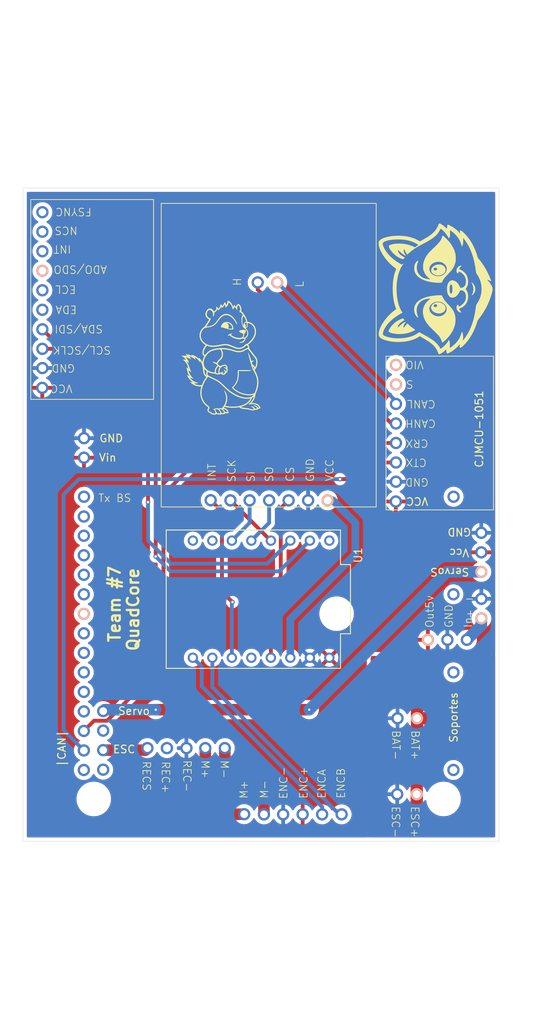
<source format=kicad_pcb>
(kicad_pcb (version 20241229) (generator "pcbnew") (generator_version "9.0")
  (layers (0 "F.Cu" signal) (2 "B.Cu" signal) (13 "F.Paste" user) (15 "B.Paste" user) (5 "F.SilkS" user "F.Silkscreen") (7 "B.SilkS" user "B.Silkscreen") (1 "F.Mask" user) (3 "B.Mask" user) (25 "Edge.Cuts" user))
  (net 0 "")
  (net 1 "/can0_int")
  (net 2 "/cs4")
  (net 3 "/10si")
  (net 4 "/sdaMPU")
  (net 5 "/sclMPU")
  (net 30 "/7.4v")
  (net 31 "/gnd")
  (net 32 "/5v")
  (net 33 "/M+")
  (net 34 "/M-")
  (net 35 "/3.3v")
  (net 36 "/encb")
  (net 37 "/enca")
  (net 38 "/CANL")
  (net 39 "/CANH")
  (net 40 "/crxaldearriba")
  (net 41 "/ctxabajo")
  (net 42 "/8sck")
  (net 43 "/9so")
  (net 46 "/RECSalESC")
  (net 47 "/servo")
  (net 50 "/9v")
  (footprint "Fiducial:Fiducial_1mm_Mask2mm" (layer "F.Cu") (at 39.675617 109.324383)
    (property "Reference" "REF**" (hide yes))
    (property "Value" "Fiducial_1mm_Mask2mm" (hide yes))
    (pad "\"\"" smd circle (at 0 0) (size 1 1) (layers "F.Cu" "F.Mask") (clearance 0.5))
  )
  (footprint "stm32h76:`motorEncoder" (layer "F.Cu") (at 69.72 108.62)
    (property "Reference" "Encoder1" (hide yes))
    (property "Value" "~" (hide yes))
    (fp_text user "ENCA" (at 4.5 0 90) (layer "F.SilkS") (effects (font (thickness 0.1)) (justify left bottom)))
    (fp_text user "M+" (at -5.661285 0.030437 90) (layer "F.SilkS") (effects (font (thickness 0.1)) (justify left bottom)))
    (fp_text user "M-" (at -3 0 90) (layer "F.SilkS") (effects (font (thickness 0.1)) (justify left bottom)))
    (fp_text user "ENC+" (at 2.130591 0.030437 90) (layer "F.SilkS") (effects (font (thickness 0.1)) (justify left bottom)))
    (fp_text user "ENCB" (at 7 0 90) (layer "F.SilkS") (effects (font (thickness 0.1)) (justify left bottom)))
    (fp_text user "ENC-" (at -0.486992 0.060874 90) (layer "F.SilkS") (effects (font (thickness 0.1)) (justify left bottom)))
    (pad "1" thru_hole oval (at -6.194043 1.980872 90) (size 1.6 1.6) (drill 1) (layers "*.Cu" "*.Mask") (net 33 "/M+"))
    (pad "2" thru_hole oval (at -3.62 2 90) (size 1.6 1.6) (drill 1) (layers "*.Cu" "*.Mask") (net 34 "/M-"))
    (pad "3" thru_hole oval (at -1.12 2 90) (size 1.6 1.6) (drill 1) (layers "*.Cu" "*.Mask") (net 31 "/gnd"))
    (pad "4" thru_hole oval (at 1.42 2 90) (size 1.6 1.6) (drill 1) (layers "*.Cu" "*.Mask") (net 32 "/5v"))
    (pad "5" thru_hole oval (at 3.96 2 90) (size 1.6 1.6) (drill 1) (layers "*.Cu" "*.Mask") (net 37 "/enca"))
    (pad "6" thru_hole oval (at 6.5 2 90) (size 1.6 1.6) (drill 1) (layers "*.Cu" "*.Mask") (net 36 "/encb"))
  )
  (footprint "stm32h76:imgmaapche" (layer "F.Cu") (at 88.43637 42.226976 90)
    (property "Reference" "G***" (hide yes))
    (property "Value" "LOGO" (hide yes))
  )
  (footprint "" (layer "F.Cu") (at 92.285255 33.477705)
    (property "Reference" "" (at 0 0 0) (layer "F.SilkS") (effects (font (size 1.27 1.27))))
    (property "Value" "")
    (pad "\"\"" smd circle (at 0 0) (size 1 1) (layers "F.Cu" "F.Mask") (clearance 0.5))
  )
  (footprint "stm32h76:battery" (layer "F.Cu") (at 84.72 100.62)
    (property "Reference" "battery1" (hide yes))
    (property "Value" "~" (hide yes))
    (fp_text user "BAT-" (at -2 -1 270) (layer "F.SilkS") (effects (font (thickness 0.1)) (justify left bottom)))
    (fp_text user "BAT+\n" (at 0.5 -1 270) (layer "F.SilkS") (effects (font (thickness 0.1)) (justify left bottom)))
    (pad "1" thru_hole oval (at 1.32 -2.5 270) (size 1.6 1.6) (drill 1) (layers "*.Cu" "*.Mask" "B.SilkS") (net 30 "/7.4v"))
    (pad "2" thru_hole oval (at -1.22 -2.5 270) (size 1.6 1.6) (drill 1) (layers "*.Cu" "*.Mask") (net 31 "/gnd"))
  )
  (footprint "stm32h76:stm32imgbien" (layer "F.Cu") (at 66.393818 71.206868)
    (property "Reference" "stm1" (hide yes))
    (property "Value" "~" (hide yes))
    (pad "" np_thru_hole circle (at -22.461666 37.412292) (size 3 3) (drill 3.5) (layers "*.Cu" "*.Mask") (clearance 0.5))
    (pad "" np_thru_hole circle (at 9.173763 13.300206) (size 3 3) (drill 3.5) (layers "*.Cu" "*.Mask") (clearance 0.5))
    (pad "" np_thru_hole circle (at 23.100243 37.411811) (size 3 3) (drill 3.5) (layers "*.Cu" "*.Mask") (clearance 0.5))
    (pad "1" thru_hole oval (at -23.735952 -9.536028) (size 1.6 1.6) (drill 1) (layers "*.Cu" "*.Mask") (net 31 "/gnd"))
    (pad "2" thru_hole oval (at -23.735952 -6.996028) (size 1.6 1.6) (drill 1) (layers "*.Cu" "*.Mask") (net 32 "/5v"))
    (pad "3" thru_hole oval (at -23.735952 -1.916028) (size 1.6 1.6) (drill 1) (layers "*.Cu" "*.Mask"))
    (pad "4" thru_hole oval (at -23.75508 0.658015) (size 1.6 1.6) (drill 1) (layers "*.Cu" "*.Mask"))
    (pad "5" thru_hole oval (at -23.75508 3.158015) (size 1.6 1.6) (drill 1) (layers "*.Cu" "*.Mask"))
    (pad "6" thru_hole oval (at -23.75508 5.698015) (size 1.6 1.6) (drill 1) (layers "*.Cu" "*.Mask"))
    (pad "7" thru_hole oval (at -23.75508 8.238015) (size 1.6 1.6) (drill 1) (layers "*.Cu" "*.Mask"))
    (pad "8" thru_hole oval (at -23.75508 10.778015) (size 1.6 1.6) (drill 1) (layers "*.Cu" "*.Mask"))
    (pad "9" thru_hole oval (at -23.75508 13.318015) (size 1.6 1.6) (drill 1) (layers "*.Cu" "*.Mask" "B.SilkS"))
    (pad "10" thru_hole oval (at -23.75508 15.858015) (size 1.6 1.6) (drill 1) (layers "*.Cu" "*.Mask"))
    (pad "11" thru_hole oval (at -23.75508 18.398015) (size 1.6 1.6) (drill 1) (layers "*.Cu" "*.Mask"))
    (pad "12" thru_hole oval (at -23.75508 20.938015) (size 1.6 1.6) (drill 1) (layers "*.Cu" "*.Mask"))
    (pad "13" thru_hole oval (at -23.75508 23.478015) (size 1.6 1.6) (drill 1) (layers "*.Cu" "*.Mask"))
    (pad "14" thru_hole oval (at -23.75508 26.018015) (size 1.6 1.6) (drill 1) (layers "*.Cu" "*.Mask"))
    (pad "15" thru_hole oval (at -21.235628 25.977187) (size 1.6 1.6) (drill 1) (layers "*.Cu" "*.Mask") (net 47 "/servo"))
    (pad "16" thru_hole oval (at -23.75508 28.558015) (size 1.6 1.6) (drill 1) (layers "*.Cu" "*.Mask") (net 40 "/crxaldearriba"))
    (pad "17" thru_hole oval (at -21.235628 28.517187) (size 1.6 1.6) (drill 1) (layers "*.Cu" "*.Mask"))
    (pad "18" thru_hole oval (at -23.75508 31.098015) (size 1.6 1.6) (drill 1) (layers "*.Cu" "*.Mask") (net 41 "/ctxabajo"))
    (pad "19" thru_hole oval (at -21.235628 31.057187) (size 1.6 1.6) (drill 1) (layers "*.Cu" "*.Mask") (net 46 "/RECSalESC"))
    (pad "20" thru_hole oval (at -23.75508 33.638015) (size 1.6 1.6) (drill 1) (layers "*.Cu" "*.Mask"))
    (pad "21" thru_hole oval (at -21.235628 33.597187) (size 1.6 1.6) (drill 1) (layers "*.Cu" "*.Mask"))
    (pad "S1" thru_hole oval (at 24.407444 -1.916516) (size 1.6 1.6) (drill 1) (layers "*.Cu" "*.Mask"))
    (pad "S2" thru_hole oval (at 24.388316 10.777527) (size 1.6 1.6) (drill 1) (layers "*.Cu" "*.Mask"))
    (pad "S3" thru_hole oval (at 24.388316 20.937527) (size 1.6 1.6) (drill 1) (layers "*.Cu" "*.Mask"))
    (pad "S4" thru_hole oval (at 24.388316 33.637527) (size 1.6 1.6) (drill 1) (layers "*.Cu" "*.Mask"))
  )
  (footprint "stm32h76:theodorobien" (layer "F.Cu") (at 61 52)
    (property "Reference" "G***" (hide yes))
    (property "Value" "LOGO" (hide yes))
  )
  (footprint "stm32h76:tja1051img" (layer "F.Cu") (at 89 61 90)
    (property "Reference" "tja1" (hide yes))
    (property "Value" "~" (hide yes))
    (fp_text user "CJMCU-1051" (at -4.58621 5.727233 90) (layer "F.SilkS") (effects (justify left bottom)))
    (fp_text user "CTX" (at -3.244223 -1.638336 180) (layer "F.SilkS") (effects (font (thickness 0.1)) (justify left bottom)))
    (fp_text user "CANH" (at 1.834286 -0.447418 180) (layer "F.SilkS") (effects (font (thickness 0.1)) (justify left bottom)))
    (fp_text user "VCC" (at -8.281667 -1.405628 180) (layer "F.SilkS") (effects (justify left bottom)))
    (fp_text user "GND" (at -5.790322 -1.37825 180) (layer "F.SilkS") (effects (font (thickness 0.1)) (justify left bottom)))
    (fp_text user "S" (at 6.940173 -3.376801 180) (layer "F.SilkS") (effects (font (thickness 0.1)) (justify left bottom)))
    (fp_text user "CANL" (at 4.366697 -0.488484 180) (layer "F.SilkS") (effects (font (thickness 0.1)) (justify left bottom)))
    (fp_text user "CRX" (at -0.752878 -1.419316 180) (layer "F.SilkS") (effects (font (thickness 0.1)) (justify left bottom)))
    (fp_text user "VIO" (at 9.472584 -2.021619 180) (layer "F.SilkS") (effects (font (thickness 0.1)) (justify left bottom)))
    (pad "1" thru_hole oval (at -8.909861 -5.723009 180) (size 1.6 1.6) (drill 1) (layers "*.Cu" "*.Mask") (net 32 "/5v"))
    (pad "2" thru_hole oval (at -6.335818 -5.703881 180) (size 1.6 1.6) (drill 1) (layers "*.Cu" "*.Mask") (net 31 "/gnd"))
    (pad "3" thru_hole oval (at -3.835818 -5.703881 180) (size 1.6 1.6) (drill 1) (layers "*.Cu" "*.Mask") (net 41 "/ctxabajo"))
    (pad "4" thru_hole oval (at -1.295818 -5.703881 180) (size 1.6 1.6) (drill 1) (layers "*.Cu" "*.Mask") (net 40 "/crxaldearriba"))
    (pad "5" thru_hole oval (at 1.244182 -5.703881 180) (size 1.6 1.6) (drill 1) (layers "*.Cu" "*.Mask") (net 39 "/CANH"))
    (pad "6" thru_hole oval (at 3.784182 -5.703881 180) (size 1.6 1.6) (drill 1) (layers "*.Cu" "*.Mask") (net 38 "/CANL"))
    (pad "7" thru_hole oval (at 6.324182 -5.703881 180) (size 1.6 1.6) (drill 1) (layers "*.Cu" "*.Mask" "B.SilkS"))
    (pad "8" thru_hole oval (at 8.864182 -5.703881 180) (size 1.6 1.6) (drill 1) (layers "*.Cu" "*.Mask" "B.SilkS"))
  )
  (footprint "stm32h76:mpu9250bien" (layer "F.Cu") (at 43.72 43.62 180)
    (property "Reference" "mpu1" (hide yes))
    (property "Value" "~" (hide yes))
    (fp_text user "VCC" (at 2.5 -11 180) (layer "F.SilkS") (effects (font (thickness 0.1)) (justify left bottom)))
    (fp_text user "SCL/SCLK" (at -2.5 -6 180) (layer "F.SilkS") (effects (font (thickness 0.1)) (justify left bottom)))
    (fp_text user "GND" (at 2.167895 -8.346065 180) (layer "F.SilkS") (effects (font (thickness 0.1)) (justify left bottom)))
    (fp_text user "NCS" (at 1.832104 9.551621 180) (layer "F.SilkS") (effects (font (thickness 0.1)) (justify left bottom)))
    (fp_text user "FSYNC" (at 0 12 180) (layer "F.SilkS") (effects (font (thickness 0.1)) (justify left bottom)))
    (fp_text user "ECL" (at 2.033579 1.895575 180) (layer "F.SilkS") (effects (font (thickness 0.1)) (justify left bottom)))
    (fp_text user "INT" (at 2.671583 7.133922 180) (layer "F.SilkS") (effects (font (thickness 0.1)) (justify left bottom)))
    (fp_text user "ADO/SDO" (at -2 4.5 180) (layer "F.SilkS") (effects (font (thickness 0.1)) (justify left bottom)))
    (fp_text user "SDA/SDI" (at -1.458652 -3.242034 180) (layer "F.SilkS") (effects (font (thickness 0.1)) (justify left bottom)))
    (fp_text user "EDA" (at 1.932841 -0.723598 180) (layer "F.SilkS") (effects (font (thickness 0.1)) (justify left bottom)))
    (pad "1" thru_hole oval (at 6.5 -11.5 180) (size 1.6 1.6) (drill 1) (layers "*.Cu" "*.Mask") (net 32 "/5v"))
    (pad "2" thru_hole oval (at 6.480872 -8.925957 180) (size 1.6 1.6) (drill 1) (layers "*.Cu" "*.Mask") (net 31 "/gnd"))
    (pad "3" thru_hole oval (at 6.480872 -6.425957 180) (size 1.6 1.6) (drill 1) (layers "*.Cu" "*.Mask") (net 5 "/sclMPU"))
    (pad "4" thru_hole oval (at 6.480872 -3.885957 180) (size 1.6 1.6) (drill 1) (layers "*.Cu" "*.Mask") (net 4 "/sdaMPU"))
    (pad "5" thru_hole oval (at 6.480872 -1.345957 180) (size 1.6 1.6) (drill 1) (layers "*.Cu" "*.Mask"))
    (pad "6" thru_hole oval (at 6.480872 1.194043 180) (size 1.6 1.6) (drill 1) (layers "*.Cu" "*.Mask"))
    (pad "7" thru_hole oval (at 6.480872 3.734043 180) (size 1.6 1.6) (drill 1) (layers "*.Cu" "*.Mask" "B.SilkS"))
    (pad "8" thru_hole oval (at 6.480872 6.274043 180) (size 1.6 1.6) (drill 1) (layers "*.Cu" "*.Mask"))
    (pad "9" thru_hole oval (at 6.480872 8.814043 180) (size 1.6 1.6) (drill 1) (layers "*.Cu" "*.Mask"))
    (pad "10" thru_hole oval (at 6.480872 11.354043 180) (size 1.6 1.6) (drill 1) (layers "*.Cu" "*.Mask"))
  )
  (footprint "stm32h76:Servo" (layer "F.Cu") (at 95.913682 76.485246 90)
    (property "Reference" "Servo1" (hide yes))
    (property "Value" "~" (hide yes))
    (fp_text user "Vcc" (at 0.5 -3 180) (layer "F.SilkS") (effects (justify left bottom)))
    (fp_text user "GND" (at 3.207881 -2.74128 180) (layer "F.SilkS") (effects (justify left bottom)))
    (fp_text user "ServoS" (at -2 -3 180) (layer "F.SilkS") (effects (justify left bottom)))
    (pad "1" thru_hole oval (at -2.58 -1.5 180) (size 1.6 1.6) (drill 1) (layers "*.Cu" "*.Mask" "B.SilkS") (net 47 "/servo"))
    (pad "2" thru_hole oval (at -0.04 -1.5 180) (size 1.6 1.6) (drill 1) (layers "*.Cu" "*.Mask") (net 32 "/5v"))
    (pad "3" thru_hole oval (at 2.5 -1.5 180) (size 1.6 1.6) (drill 1) (layers "*.Cu" "*.Mask") (net 31 "/gnd"))
  )
  (footprint "stm32h76:ESC" (layer "F.Cu") (at 70 106)
    (property "Reference" "ESC2" (hide yes))
    (property "Value" "~" (hide yes))
    (fp_text user "ESC-" (at 12.68 3.5 270) (layer "F.SilkS") (effects (font (thickness 0.1)) (justify left bottom)))
    (fp_text user "REC-" (at -14.5 -2.5 270) (layer "F.SilkS") (effects (font (thickness 0.1)) (justify left bottom)))
    (fp_text user "RECS" (at -19.784061 -2.374087 270) (layer "F.SilkS") (effects (font (thickness 0.1)) (justify left bottom)))
    (fp_text user "M-" (at -9.62 -2.5 270) (layer "F.SilkS") (effects (font (thickness 0.1)) (justify left bottom)))
    (fp_text user "REC+" (at -17.288226 -2.34365 270) (layer "F.SilkS") (effects (font (thickness 0.1)) (justify left bottom)))
    (fp_text user "ESC+" (at 15.18 3.5 270) (layer "F.SilkS") (effects (font (thickness 0.1)) (justify left bottom)))
    (fp_text user "M+" (at -12.12 -2.5 270) (layer "F.SilkS") (effects (font (thickness 0.1)) (justify left bottom)))
    (pad "1" thru_hole oval (at 16 2 270) (size 1.6 1.6) (drill 1) (layers "*.Cu" "*.Mask" "B.SilkS") (net 30 "/7.4v"))
    (pad "2" thru_hole oval (at 13.46 2 270) (size 1.6 1.6) (drill 1) (layers "*.Cu" "*.Mask") (net 31 "/gnd"))
    (pad "3" thru_hole oval (at -14 -4 270) (size 1.6 1.6) (drill 1) (layers "*.Cu" "*.Mask") (net 31 "/gnd"))
    (pad "3" thru_hole oval (at -14 -4 270) (size 1.6 1.6) (drill 1) (layers "*.Cu" "*.Mask") (net 31 "/gnd"))
    (pad "4" thru_hole oval (at -16.54 -4 270) (size 1.6 1.6) (drill 1) (layers "*.Cu" "*.Mask"))
    (pad "4" thru_hole oval (at -16.54 -4 270) (size 1.6 1.6) (drill 1) (layers "*.Cu" "*.Mask"))
    (pad "5" thru_hole oval (at -19.08 -4 270) (size 1.6 1.6) (drill 1) (layers "*.Cu" "*.Mask") (net 46 "/RECSalESC"))
    (pad "6" thru_hole oval (at -9 -4 270) (size 1.6 1.6) (drill 1) (layers "*.Cu" "*.Mask") (net 34 "/M-"))
    (pad "7" thru_hole oval (at -11.54 -4 270) (size 1.6 1.6) (drill 1) (layers "*.Cu" "*.Mask") (net 33 "/M+"))
  )
  (footprint "stm32h76:Regulador" (layer "F.Cu") (at 89.996433 80.126776 180)
    (property "Reference" "Regulador1" (hide yes))
    (property "Value" "~" (hide yes))
    (fp_text user "GND" (at -0.78 -6.28 90) (layer "F.SilkS") (effects (font (thickness 0.1)) (justify left bottom)))
    (fp_text user "Out5v" (at 1.72 -6.28 90) (layer "F.SilkS") (effects (font (thickness 0.1)) (justify left bottom)))
    (fp_text user "In" (at -3.28 -6.28 90) (layer "F.SilkS") (effects (font (thickness 0.1)) (justify left bottom)))
    (pad "1" thru_hole oval (at 2.54 -7.78 90) (size 1.6 1.6) (drill 1) (layers "*.Cu" "*.Mask" "B.SilkS") (net 32 "/5v"))
    (pad "2" thru_hole oval (at 0 -7.78 90) (size 1.6 1.6) (drill 1) (layers "*.Cu" "*.Mask") (net 31 "/gnd"))
    (pad "3" thru_hole oval (at -2.54 -7.78 90) (size 1.6 1.6) (drill 1) (layers "*.Cu" "*.Mask") (net 50 "/9v"))
  )
  (footprint "embebidos Footprints y simbolos:battery" (layer "F.Cu") (at 91.922198 83.791555 -90)
    (property "Reference" "bat1" (hide yes))
    (property "Value" "bat9v" (hide yes))
    (fp_text user "-" (at -1.698775 -1.622868 180) (layer "F.SilkS") (effects (font (thickness 0.1)) (justify left bottom)))
    (fp_text user "+\n" (at 0.225942 -1.780345 180) (layer "F.SilkS") (effects (font (thickness 0.1)) (justify left bottom)))
    (pad "1" thru_hole oval (at 1.32 -2.5 180) (size 1.6 1.6) (drill 1) (layers "*.Cu" "*.Mask" "B.SilkS") (net 50 "/9v"))
    (pad "2" thru_hole oval (at -1.22 -2.5 180) (size 1.6 1.6) (drill 1) (layers "*.Cu" "*.Mask") (net 31 "/gnd"))
  )
  (footprint "stm32h76:MODULE_ESP32-C3_SUPERMINI_TH" (layer "F.Cu") (at 64.72 82.62 -90)
    (property "Reference" "U1" (at -5.715 -13.6525 90) (layer "F.SilkS"))
    (property "Value" "ESP32-C3_SUPERMINI_TH")
    (pad "0" thru_hole circle (at 7.62 7.88 270) (size 1.348 1.348) (drill 0.84) (layers "*.Cu" "*.Mask") (net 37 "/enca"))
    (pad "1" thru_hole circle (at 7.62 5.34 270) (size 1.348 1.348) (drill 0.84) (layers "*.Cu" "*.Mask") (net 36 "/encb"))
    (pad "2" thru_hole circle (at 7.62 2.8 270) (size 1.348 1.348) (drill 0.84) (layers "*.Cu" "*.Mask") (net 1 "/can0_int"))
    (pad "3" thru_hole circle (at 7.62 0.26 270) (size 1.348 1.348) (drill 0.84) (layers "*.Cu" "*.Mask"))
    (pad "3.3" thru_hole circle (at 7.62 -4.82 270) (size 1.348 1.348) (drill 0.84) (layers "*.Cu" "*.Mask") (net 35 "/3.3v"))
    (pad "4" thru_hole circle (at 7.62 -2.28 270) (size 1.348 1.348) (drill 0.84) (layers "*.Cu" "*.Mask") (net 2 "/cs4"))
    (pad "5" thru_hole circle (at -7.62 -9.9 270) (size 1.348 1.348) (drill 0.84) (layers "*.Cu" "*.Mask"))
    (pad "5V" thru_hole circle (at 7.62 -9.9 270) (size 1.348 1.348) (drill 0.84) (layers "*.Cu" "*.Mask") (net 32 "/5v"))
    (pad "6" thru_hole circle (at -7.62 -7.36 270) (size 1.348 1.348) (drill 0.84) (layers "*.Cu" "*.Mask") (net 4 "/sdaMPU"))
    (pad "7" thru_hole circle (at -7.62 -4.82 270) (size 1.348 1.348) (drill 0.84) (layers "*.Cu" "*.Mask") (net 5 "/sclMPU"))
    (pad "8" thru_hole circle (at -7.62 -2.28 270) (size 1.348 1.348) (drill 0.84) (layers "*.Cu" "*.Mask") (net 42 "/8sck"))
    (pad "9" thru_hole circle (at -7.62 0.26 270) (size 1.348 1.348) (drill 0.84) (layers "*.Cu" "*.Mask") (net 43 "/9so"))
    (pad "10" thru_hole circle (at -7.62 2.8 270) (size 1.348 1.348) (drill 0.84) (layers "*.Cu" "*.Mask") (net 3 "/10si"))
    (pad "20" thru_hole circle (at -7.62 5.34 270) (size 1.348 1.348) (drill 0.84) (layers "*.Cu" "*.Mask"))
    (pad "21" thru_hole circle (at -7.62 7.88 270) (size 1.348 1.348) (drill 0.84) (layers "*.Cu" "*.Mask"))
    (pad "G" thru_hole circle (at 7.62 -7.36 270) (size 1.348 1.348) (drill 0.84) (layers "*.Cu" "*.Mask") (net 31 "/gnd"))
  )
  (footprint "stm32h76:mcp2515perobienimg" (layer "F.Cu") (at 66.72 51.62 90)
    (property "Reference" "MCP1" (hide yes))
    (property "Value" "~" (hide yes))
    (fp_text user "SCK" (at -15.848648 -4.234265 90) (layer "F.SilkS") (effects (font (thickness 0.1)) (justify left bottom)))
    (fp_text user "H" (at 9.697165 -3.509278 90) (layer "F.SilkS") (effects (font (thickness 0.1)) (justify left bottom)))
    (fp_text user "SI" (at -15.831381 -1.739176 90) (layer "F.SilkS") (effects (font (thickness 0.1)) (justify left bottom)))
    (fp_text user "L" (at 9.508955 4.620125 90) (layer "F.SilkS") (effects (font (thickness 0.1)) (justify left bottom)))
    (fp_text user "SO" (at -15.815517 0.664658 90) (layer "F.SilkS") (effects (font (thickness 0.1)) (justify left bottom)))
    (fp_text user "CS" (at -15.792242 3.368825 90) (layer "F.SilkS") (effects (font (thickness 0.1)) (justify left bottom)))
    (fp_text user "GND" (at -15.796698 5.989076 90) (layer "F.SilkS") (effects (font (thickness 0.1)) (justify left bottom)))
    (fp_text user "INT" (at -15.687708 -6.821303 90) (layer "F.SilkS") (effects (font (thickness 0.1)) (justify left bottom)))
    (fp_text user "VCC" (at -15.719259 8.518734 90) (layer "F.SilkS") (effects (font (thickness 0.1)) (justify left bottom)))
    (pad "1" thru_hole oval (at -18.120827 -7.559555 90) (size 1.6 1.6) (drill 1) (layers "*.Cu" "*.Mask") (net 1 "/can0_int"))
    (pad "2" thru_hole oval (at -18.139955 -4.985512 90) (size 1.6 1.6) (drill 1) (layers "*.Cu" "*.Mask") (net 42 "/8sck"))
    (pad "3" thru_hole oval (at -18.139955 -2.485512 90) (size 1.6 1.6) (drill 1) (layers "*.Cu" "*.Mask") (net 3 "/10si"))
    (pad "4" thru_hole oval (at -18.139955 0.054488 90) (size 1.6 1.6) (drill 1) (layers "*.Cu" "*.Mask") (net 43 "/9so"))
    (pad "5" thru_hole oval (at -18.139955 2.594488 90) (size 1.6 1.6) (drill 1) (layers "*.Cu" "*.Mask") (net 2 "/cs4"))
    (pad "6" thru_hole oval (at -18.139955 5.134488 90) (size 1.6 1.6) (drill 1) (layers "*.Cu" "*.Mask") (net 31 "/gnd"))
    (pad "7" thru_hole oval (at -18.139955 7.674488 90) (size 1.6 1.6) (drill 1) (layers "*.Cu" "*.Mask" "B.SilkS") (net 35 "/3.3v"))
    (pad "8" thru_hole oval (at 10.220112 -1.430613 90) (size 1.6 1.6) (drill 1) (layers "*.Cu" "*.Mask") (net 39 "/CANH"))
    (pad "9" thru_hole oval (at 10.220112 1.109387 90) (size 1.6 1.6) (drill 1) (layers "*.Cu" "*.Mask" "B.SilkS") (net 38 "/CANL"))
  )
  (gr_line (start 96.72 114.12) (end 34.72 114.12) (stroke (width 0.05)) (layer "Edge.Cuts"))
  (gr_line (start 34.72 114.12) (end 34.72 29.12) (stroke (width 0.05)) (layer "Edge.Cuts"))
  (gr_line (start 34.72 29.12) (end 96.72 29.12) (stroke (width 0.05)) (layer "Edge.Cuts"))
  (gr_line (start 96.72 29.12) (end 96.72 114.12) (stroke (width 0.05)) (layer "Edge.Cuts"))
  (gr_text "|CAN|" (at 40.351971 104.556415 90) (layer "F.SilkS") (effects (font (size 1 1)) (justify left bottom)))
  (gr_text "Tx BS" (at 44.45621 70.052908 0) (layer "F.SilkS") (effects (font (size 1 1) (thickness 0.1)) (justify left bottom)))
  (gr_text "Servo" (at 47.023208 97.75502 0) (layer "F.SilkS") (effects (font (size 1 1)) (justify left bottom)))
  (gr_text "Vin\n" (at 44.526703 64.788572 0) (layer "F.SilkS") (effects (font (size 1 1)) (justify left bottom)))
  (gr_text "Soportes" (at 91.403527 101.369702 90) (layer "F.SilkS") (effects (font (size 1 1)) (justify left bottom)))
  (gr_text "GND" (at 44.587903 62.279382 0) (layer "F.SilkS") (effects (font (size 1 1)) (justify left bottom)))
  (gr_text " Team #7\nQuadCore" (at 49.932754 89.512819 90) (layer "F.SilkS") (effects (font (size 1.5 1.5) (thickness 0.3) (bold yes)) (justify left bottom)))
  (gr_text "ESC" (at 46.354311 102.742665 0) (layer "F.SilkS") (effects (font (size 1 1)) (justify left bottom)))
  (segment (start 59.160445 69.740827) (end 60.631337 71.211719) (width 0.5) (layer "F.Cu") (net 1))
  (segment (start 60.631337 71.211719) (end 60.631337 81.631337) (width 0.5) (layer "F.Cu") (net 1))
  (segment (start 60.631337 81.631337) (end 62 83) (width 0.5) (layer "F.Cu") (net 1))
  (via (at 62 83) (size 0.6) (drill 0.3) (layers "F.Cu" "B.Cu") (net 1))
  (segment (start 62 83) (end 61.92 83.08) (width 0.5) (layer "B.Cu") (net 1))
  (segment (start 61.92 83.08) (end 61.92 90.24) (width 0.5) (layer "B.Cu") (net 1))
  (segment (start 68.292185 70.782258) (end 68.292185 79.707815) (width 0.5) (layer "F.Cu") (net 2))
  (segment (start 69.314488 69.759955) (end 68.292185 70.782258) (width 0.5) (layer "F.Cu") (net 2))
  (segment (start 68.292185 79.707815) (end 67 81) (width 0.5) (layer "F.Cu") (net 2))
  (segment (start 67 81) (end 67 90.24) (width 0.5) (layer "F.Cu") (net 2))
  (segment (start 64.234488 69.759955) (end 64.234488 72.685512) (width 0.5) (layer "B.Cu") (net 3))
  (segment (start 64.234488 72.685512) (end 61.92 75) (width 0.5) (layer "B.Cu") (net 3))
  (segment (start 52 77.060662) (end 52 62.266829) (width 0.5) (layer "F.Cu") (net 4))
  (segment (start 52 62.266829) (end 37.239128 47.505957) (width 0.5) (layer "F.Cu") (net 4))
  (via (at 52 77.060662) (size 0.6) (drill 0.3) (layers "F.Cu" "B.Cu") (net 4))
  (segment (start 53.939338 79) (end 68.08 79) (width 0.5) (layer "B.Cu") (net 4))
  (segment (start 68.08 79) (end 72.08 75) (width 0.5) (layer "B.Cu") (net 4))
  (segment (start 52 77.060662) (end 53.939338 79) (width 0.5) (layer "B.Cu") (net 4))
  (segment (start 37.239128 50.045957) (end 38.787764 50.045957) (width 0.5) (layer "F.Cu") (net 5))
  (segment (start 38.787764 50.045957) (end 51 62.258193) (width 0.5) (layer "F.Cu") (net 5))
  (segment (start 51 62.258193) (end 51 70) (width 0.5) (layer "F.Cu") (net 5))
  (via (at 51 70) (size 0.6) (drill 0.3) (layers "F.Cu" "B.Cu") (net 5))
  (segment (start 54 78) (end 51 75) (width 0.5) (layer "B.Cu") (net 5))
  (segment (start 66.54 78) (end 54 78) (width 0.5) (layer "B.Cu") (net 5))
  (segment (start 69.54 75) (end 66.54 78) (width 0.5) (layer "B.Cu") (net 5))
  (segment (start 51 75) (end 51 70) (width 0.5) (layer "B.Cu") (net 5))
  (segment (start 63.525957 110.600872) (end 61.600872 110.600872) (width 1.5) (layer "F.Cu") (net 33))
  (segment (start 61.600872 110.600872) (end 58.46 107.46) (width 1.5) (layer "F.Cu") (net 33))
  (segment (start 58.46 107.46) (end 58.46 102) (width 1.5) (layer "F.Cu") (net 33))
  (segment (start 66.1 109.1) (end 61 104) (width 1.5) (layer "F.Cu") (net 34))
  (segment (start 66.1 110.62) (end 66.1 109.1) (width 1.5) (layer "F.Cu") (net 34))
  (segment (start 61 104) (end 61 102) (width 1.5) (layer "F.Cu") (net 34))
  (segment (start 74.394488 69.759955) (end 75.077221 69.759955) (width 1) (layer "B.Cu") (net 35))
  (segment (start 69.54 85.228853) (end 69.54 90.24) (width 1) (layer "B.Cu") (net 35))
  (segment (start 78 72.682734) (end 78 76.768853) (width 1) (layer "B.Cu") (net 35))
  (segment (start 75.077221 69.759955) (end 78 72.682734) (width 1) (layer "B.Cu") (net 35))
  (segment (start 78 76.768853) (end 69.54 85.228853) (width 1) (layer "B.Cu") (net 35))
  (segment (start 59.38 90.24) (end 59.38 94.08) (width 0.5) (layer "B.Cu") (net 36))
  (segment (start 59.38 94.08) (end 75.92 110.62) (width 0.5) (layer "B.Cu") (net 36))
  (segment (start 75.92 110.62) (end 76.22 110.62) (width 0.5) (layer "B.Cu") (net 36))
  (segment (start 73.68 109.65) (end 73.68 110.62) (width 0.5) (layer "B.Cu") (net 37))
  (segment (start 58 93.97) (end 73.68 109.65) (width 0.5) (layer "B.Cu") (net 37))
  (segment (start 58 91.4) (end 58 93.97) (width 0.5) (layer "B.Cu") (net 37))
  (segment (start 56.84 90.24) (end 58 91.4) (width 0.5) (layer "B.Cu") (net 37))
  (segment (start 83.296119 56.86662) (end 83.296119 57.215818) (width 0.5) (layer "B.Cu") (net 38))
  (segment (start 67.829387 41.399888) (end 83.296119 56.86662) (width 0.5) (layer "B.Cu") (net 38))
  (segment (start 65.289387 41.399888) (end 65.289387 42.344638) (width 0.5) (layer "F.Cu") (net 39))
  (segment (start 82.700567 59.755818) (end 83.296119 59.755818) (width 0.5) (layer "F.Cu") (net 39))
  (segment (start 65.289387 42.344638) (end 82.700567 59.755818) (width 0.5) (layer "F.Cu") (net 39))
  (segment (start 59.704182 62.295818) (end 83.296119 62.295818) (width 0.5) (layer "F.Cu") (net 40))
  (segment (start 43.968566 98.435055) (end 45.676372 98.435055) (width 0.5) (layer "F.Cu") (net 40))
  (segment (start 53 69) (end 59.704182 62.295818) (width 0.5) (layer "F.Cu") (net 40))
  (segment (start 53 91.111427) (end 53 69) (width 0.5) (layer "F.Cu") (net 40))
  (segment (start 45.676372 98.435055) (end 53 91.111427) (width 0.5) (layer "F.Cu") (net 40))
  (segment (start 42.638738 99.764883) (end 43.968566 98.435055) (width 0.5) (layer "F.Cu") (net 40))
  (segment (start 79.164182 64.835818) (end 83.296119 64.835818) (width 0.5) (layer "F.Cu") (net 41))
  (segment (start 76 67) (end 77 67) (width 0.5) (layer "F.Cu") (net 41))
  (segment (start 77 67) (end 79.164182 64.835818) (width 0.5) (layer "F.Cu") (net 41))
  (via (at 76 67) (size 0.6) (drill 0.3) (layers "F.Cu" "B.Cu") (net 41))
  (segment (start 40 99.666145) (end 40 69) (width 0.5) (layer "B.Cu") (net 41))
  (segment (start 40 69) (end 42 67) (width 0.5) (layer "B.Cu") (net 41))
  (segment (start 42.638738 102.304883) (end 40 99.666145) (width 0.5) (layer "B.Cu") (net 41))
  (segment (start 42 67) (end 76 67) (width 0.5) (layer "B.Cu") (net 41))
  (segment (start 66.974533 75) (end 67 75) (width 0.2) (layer "F.Cu") (net 42))
  (segment (start 61.734488 69.759955) (end 66.974533 75) (width 0.5) (layer "F.Cu") (net 42))
  (segment (start 66.774488 69.759955) (end 66.774488 72.685512) (width 0.5) (layer "B.Cu") (net 43))
  (segment (start 66.774488 72.685512) (end 64.46 75) (width 0.5) (layer "B.Cu") (net 43))
  (segment (start 45.15819 102.264055) (end 50.655945 102.264055) (width 1.5) (layer "F.Cu") (net 46))
  (segment (start 50.655945 102.264055) (end 50.92 102) (width 1.5) (layer "F.Cu") (net 46))
  (segment (start 72 97) (end 52 97) (width 1.5) (layer "F.Cu") (net 47))
  (via (at 72 97) (size 0.6) (drill 0.3) (layers "F.Cu" "B.Cu") (net 47))
  (via (at 52 97) (size 0.6) (drill 0.3) (layers "F.Cu" "B.Cu") (net 47))
  (segment (start 94.413682 79.065246) (end 89.934754 79.065246) (width 1.5) (layer "B.Cu") (net 47))
  (segment (start 52 97) (end 45.342245 97) (width 1.5) (layer "B.Cu") (net 47))
  (segment (start 89.934754 79.065246) (end 72 97) (width 1.5) (layer "B.Cu") (net 47))
  (segment (start 45.342245 97) (end 45.15819 97.184055) (width 1.5) (layer "B.Cu") (net 47))
  (segment (start 94.422198 85.111555) (end 94.422198 86.021011) (width 1.5) (layer "B.Cu") (net 50))
  (segment (start 94.422198 86.021011) (end 92.536433 87.906776) (width 1.5) (layer "B.Cu") (net 50))
  (zone (net 30) (net_name "/7.4v") (layer "F.Cu") (priority 2) (connect_pads (clearance 0.5)) (min_thickness 0.5) (fill yes (thermal_gap 0.5) (thermal_bridge_width 4))
    (polygon (pts (xy 80 90) (xy 97 90) (xy 97 115) (xy 80 115)))
  )
  (zone (net 32) (net_name "/5v") (layer "F.Cu") (priority 1) (connect_pads (clearance 0.5)) (min_thickness 0.25) (fill yes (thermal_gap 0.5) (thermal_bridge_width 0.5))
    (polygon (pts (xy 97 115) (xy 34 115) (xy 34 29) (xy 97 29)))
  )
  (zone (net 31) (net_name "/gnd") (layer "B.Cu") (connect_pads (clearance 0.5)) (min_thickness 0.25) (fill yes (thermal_gap 0.5) (thermal_bridge_width 0.5))
    (polygon (pts (xy 97 115) (xy 34 115) (xy 34 29) (xy 97 29)))
  )
)
</source>
